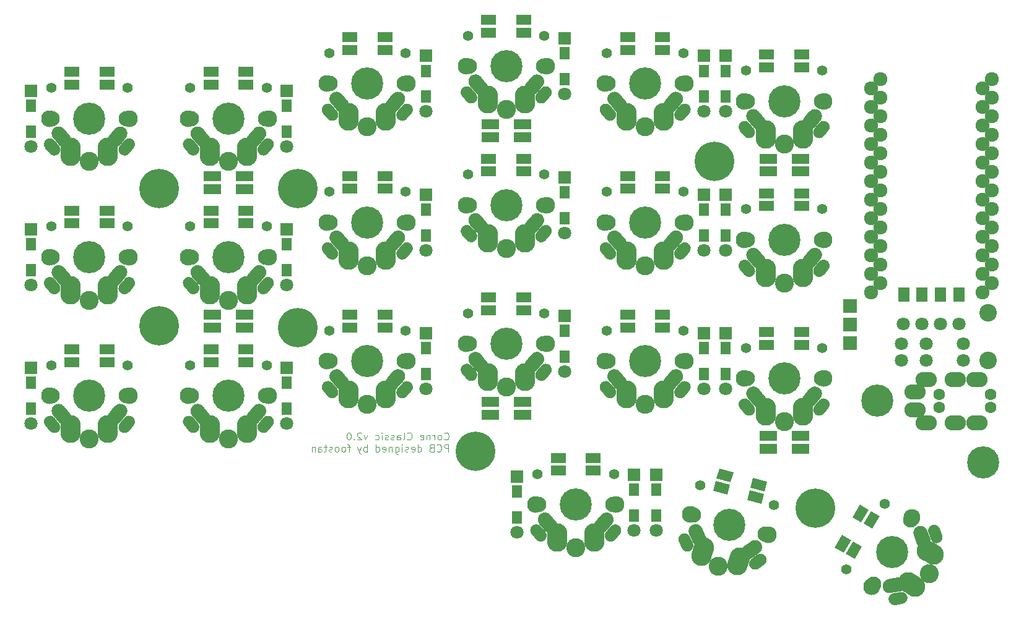
<source format=gbr>
G04 #@! TF.GenerationSoftware,KiCad,Pcbnew,(5.1.6)-1*
G04 #@! TF.CreationDate,2020-05-17T02:55:45+03:00*
G04 #@! TF.ProjectId,corne-classic,636f726e-652d-4636-9c61-737369632e6b,1.1*
G04 #@! TF.SameCoordinates,Original*
G04 #@! TF.FileFunction,Soldermask,Bot*
G04 #@! TF.FilePolarity,Negative*
%FSLAX46Y46*%
G04 Gerber Fmt 4.6, Leading zero omitted, Abs format (unit mm)*
G04 Created by KiCad (PCBNEW (5.1.6)-1) date 2020-05-17 02:55:45*
%MOMM*%
%LPD*%
G01*
G04 APERTURE LIST*
%ADD10C,0.125000*%
%ADD11C,1.797000*%
%ADD12O,2.900000X2.100000*%
%ADD13C,1.600000*%
%ADD14R,2.400000X1.400000*%
%ADD15C,4.400000*%
%ADD16C,2.300000*%
%ADD17C,2.600000*%
%ADD18C,2.800000*%
%ADD19C,2.100000*%
%ADD20C,1.400000*%
%ADD21C,1.924000*%
%ADD22R,2.000000X1.400000*%
%ADD23C,0.100000*%
%ADD24R,1.797000X1.797000*%
%ADD25R,1.350000X1.700000*%
%ADD26R,1.543000X1.035000*%
%ADD27R,1.924000X1.924000*%
%ADD28C,5.400000*%
%ADD29C,2.400000*%
G04 APERTURE END LIST*
D10*
X118509226Y-121044642D02*
X118556845Y-121092261D01*
X118699702Y-121139880D01*
X118794940Y-121139880D01*
X118937797Y-121092261D01*
X119033035Y-120997023D01*
X119080654Y-120901785D01*
X119128273Y-120711309D01*
X119128273Y-120568452D01*
X119080654Y-120377976D01*
X119033035Y-120282738D01*
X118937797Y-120187500D01*
X118794940Y-120139880D01*
X118699702Y-120139880D01*
X118556845Y-120187500D01*
X118509226Y-120235119D01*
X117937797Y-121139880D02*
X118033035Y-121092261D01*
X118080654Y-121044642D01*
X118128273Y-120949404D01*
X118128273Y-120663690D01*
X118080654Y-120568452D01*
X118033035Y-120520833D01*
X117937797Y-120473214D01*
X117794940Y-120473214D01*
X117699702Y-120520833D01*
X117652083Y-120568452D01*
X117604464Y-120663690D01*
X117604464Y-120949404D01*
X117652083Y-121044642D01*
X117699702Y-121092261D01*
X117794940Y-121139880D01*
X117937797Y-121139880D01*
X117175892Y-121139880D02*
X117175892Y-120473214D01*
X117175892Y-120663690D02*
X117128273Y-120568452D01*
X117080654Y-120520833D01*
X116985416Y-120473214D01*
X116890178Y-120473214D01*
X116556845Y-120473214D02*
X116556845Y-121139880D01*
X116556845Y-120568452D02*
X116509226Y-120520833D01*
X116413988Y-120473214D01*
X116271130Y-120473214D01*
X116175892Y-120520833D01*
X116128273Y-120616071D01*
X116128273Y-121139880D01*
X115271130Y-121092261D02*
X115366369Y-121139880D01*
X115556845Y-121139880D01*
X115652083Y-121092261D01*
X115699702Y-120997023D01*
X115699702Y-120616071D01*
X115652083Y-120520833D01*
X115556845Y-120473214D01*
X115366369Y-120473214D01*
X115271130Y-120520833D01*
X115223511Y-120616071D01*
X115223511Y-120711309D01*
X115699702Y-120806547D01*
X113461607Y-121044642D02*
X113509226Y-121092261D01*
X113652083Y-121139880D01*
X113747321Y-121139880D01*
X113890178Y-121092261D01*
X113985416Y-120997023D01*
X114033035Y-120901785D01*
X114080654Y-120711309D01*
X114080654Y-120568452D01*
X114033035Y-120377976D01*
X113985416Y-120282738D01*
X113890178Y-120187500D01*
X113747321Y-120139880D01*
X113652083Y-120139880D01*
X113509226Y-120187500D01*
X113461607Y-120235119D01*
X112890178Y-121139880D02*
X112985416Y-121092261D01*
X113033035Y-120997023D01*
X113033035Y-120139880D01*
X112080654Y-121139880D02*
X112080654Y-120616071D01*
X112128273Y-120520833D01*
X112223511Y-120473214D01*
X112413988Y-120473214D01*
X112509226Y-120520833D01*
X112080654Y-121092261D02*
X112175892Y-121139880D01*
X112413988Y-121139880D01*
X112509226Y-121092261D01*
X112556845Y-120997023D01*
X112556845Y-120901785D01*
X112509226Y-120806547D01*
X112413988Y-120758928D01*
X112175892Y-120758928D01*
X112080654Y-120711309D01*
X111652083Y-121092261D02*
X111556845Y-121139880D01*
X111366369Y-121139880D01*
X111271130Y-121092261D01*
X111223511Y-120997023D01*
X111223511Y-120949404D01*
X111271130Y-120854166D01*
X111366369Y-120806547D01*
X111509226Y-120806547D01*
X111604464Y-120758928D01*
X111652083Y-120663690D01*
X111652083Y-120616071D01*
X111604464Y-120520833D01*
X111509226Y-120473214D01*
X111366369Y-120473214D01*
X111271130Y-120520833D01*
X110842559Y-121092261D02*
X110747321Y-121139880D01*
X110556845Y-121139880D01*
X110461607Y-121092261D01*
X110413988Y-120997023D01*
X110413988Y-120949404D01*
X110461607Y-120854166D01*
X110556845Y-120806547D01*
X110699702Y-120806547D01*
X110794940Y-120758928D01*
X110842559Y-120663690D01*
X110842559Y-120616071D01*
X110794940Y-120520833D01*
X110699702Y-120473214D01*
X110556845Y-120473214D01*
X110461607Y-120520833D01*
X109985416Y-121139880D02*
X109985416Y-120473214D01*
X109985416Y-120139880D02*
X110033035Y-120187500D01*
X109985416Y-120235119D01*
X109937797Y-120187500D01*
X109985416Y-120139880D01*
X109985416Y-120235119D01*
X109080654Y-121092261D02*
X109175892Y-121139880D01*
X109366369Y-121139880D01*
X109461607Y-121092261D01*
X109509226Y-121044642D01*
X109556845Y-120949404D01*
X109556845Y-120663690D01*
X109509226Y-120568452D01*
X109461607Y-120520833D01*
X109366369Y-120473214D01*
X109175892Y-120473214D01*
X109080654Y-120520833D01*
X107985416Y-120473214D02*
X107747321Y-121139880D01*
X107509226Y-120473214D01*
X107175892Y-120235119D02*
X107128273Y-120187500D01*
X107033035Y-120139880D01*
X106794940Y-120139880D01*
X106699702Y-120187500D01*
X106652083Y-120235119D01*
X106604464Y-120330357D01*
X106604464Y-120425595D01*
X106652083Y-120568452D01*
X107223511Y-121139880D01*
X106604464Y-121139880D01*
X106175892Y-121044642D02*
X106128273Y-121092261D01*
X106175892Y-121139880D01*
X106223511Y-121092261D01*
X106175892Y-121044642D01*
X106175892Y-121139880D01*
X105509226Y-120139880D02*
X105413988Y-120139880D01*
X105318750Y-120187500D01*
X105271130Y-120235119D01*
X105223511Y-120330357D01*
X105175892Y-120520833D01*
X105175892Y-120758928D01*
X105223511Y-120949404D01*
X105271130Y-121044642D01*
X105318750Y-121092261D01*
X105413988Y-121139880D01*
X105509226Y-121139880D01*
X105604464Y-121092261D01*
X105652083Y-121044642D01*
X105699702Y-120949404D01*
X105747321Y-120758928D01*
X105747321Y-120520833D01*
X105699702Y-120330357D01*
X105652083Y-120235119D01*
X105604464Y-120187500D01*
X105509226Y-120139880D01*
X119080654Y-122764880D02*
X119080654Y-121764880D01*
X118699702Y-121764880D01*
X118604464Y-121812500D01*
X118556845Y-121860119D01*
X118509226Y-121955357D01*
X118509226Y-122098214D01*
X118556845Y-122193452D01*
X118604464Y-122241071D01*
X118699702Y-122288690D01*
X119080654Y-122288690D01*
X117509226Y-122669642D02*
X117556845Y-122717261D01*
X117699702Y-122764880D01*
X117794940Y-122764880D01*
X117937797Y-122717261D01*
X118033035Y-122622023D01*
X118080654Y-122526785D01*
X118128273Y-122336309D01*
X118128273Y-122193452D01*
X118080654Y-122002976D01*
X118033035Y-121907738D01*
X117937797Y-121812500D01*
X117794940Y-121764880D01*
X117699702Y-121764880D01*
X117556845Y-121812500D01*
X117509226Y-121860119D01*
X116747321Y-122241071D02*
X116604464Y-122288690D01*
X116556845Y-122336309D01*
X116509226Y-122431547D01*
X116509226Y-122574404D01*
X116556845Y-122669642D01*
X116604464Y-122717261D01*
X116699702Y-122764880D01*
X117080654Y-122764880D01*
X117080654Y-121764880D01*
X116747321Y-121764880D01*
X116652083Y-121812500D01*
X116604464Y-121860119D01*
X116556845Y-121955357D01*
X116556845Y-122050595D01*
X116604464Y-122145833D01*
X116652083Y-122193452D01*
X116747321Y-122241071D01*
X117080654Y-122241071D01*
X114890178Y-122764880D02*
X114890178Y-121764880D01*
X114890178Y-122717261D02*
X114985416Y-122764880D01*
X115175892Y-122764880D01*
X115271130Y-122717261D01*
X115318750Y-122669642D01*
X115366369Y-122574404D01*
X115366369Y-122288690D01*
X115318750Y-122193452D01*
X115271130Y-122145833D01*
X115175892Y-122098214D01*
X114985416Y-122098214D01*
X114890178Y-122145833D01*
X114033035Y-122717261D02*
X114128273Y-122764880D01*
X114318750Y-122764880D01*
X114413988Y-122717261D01*
X114461607Y-122622023D01*
X114461607Y-122241071D01*
X114413988Y-122145833D01*
X114318750Y-122098214D01*
X114128273Y-122098214D01*
X114033035Y-122145833D01*
X113985416Y-122241071D01*
X113985416Y-122336309D01*
X114461607Y-122431547D01*
X113604464Y-122717261D02*
X113509226Y-122764880D01*
X113318750Y-122764880D01*
X113223511Y-122717261D01*
X113175892Y-122622023D01*
X113175892Y-122574404D01*
X113223511Y-122479166D01*
X113318750Y-122431547D01*
X113461607Y-122431547D01*
X113556845Y-122383928D01*
X113604464Y-122288690D01*
X113604464Y-122241071D01*
X113556845Y-122145833D01*
X113461607Y-122098214D01*
X113318750Y-122098214D01*
X113223511Y-122145833D01*
X112747321Y-122764880D02*
X112747321Y-122098214D01*
X112747321Y-121764880D02*
X112794940Y-121812500D01*
X112747321Y-121860119D01*
X112699702Y-121812500D01*
X112747321Y-121764880D01*
X112747321Y-121860119D01*
X111842559Y-122098214D02*
X111842559Y-122907738D01*
X111890178Y-123002976D01*
X111937797Y-123050595D01*
X112033035Y-123098214D01*
X112175892Y-123098214D01*
X112271130Y-123050595D01*
X111842559Y-122717261D02*
X111937797Y-122764880D01*
X112128273Y-122764880D01*
X112223511Y-122717261D01*
X112271130Y-122669642D01*
X112318750Y-122574404D01*
X112318750Y-122288690D01*
X112271130Y-122193452D01*
X112223511Y-122145833D01*
X112128273Y-122098214D01*
X111937797Y-122098214D01*
X111842559Y-122145833D01*
X111366369Y-122098214D02*
X111366369Y-122764880D01*
X111366369Y-122193452D02*
X111318750Y-122145833D01*
X111223511Y-122098214D01*
X111080654Y-122098214D01*
X110985416Y-122145833D01*
X110937797Y-122241071D01*
X110937797Y-122764880D01*
X110080654Y-122717261D02*
X110175892Y-122764880D01*
X110366369Y-122764880D01*
X110461607Y-122717261D01*
X110509226Y-122622023D01*
X110509226Y-122241071D01*
X110461607Y-122145833D01*
X110366369Y-122098214D01*
X110175892Y-122098214D01*
X110080654Y-122145833D01*
X110033035Y-122241071D01*
X110033035Y-122336309D01*
X110509226Y-122431547D01*
X109175892Y-122764880D02*
X109175892Y-121764880D01*
X109175892Y-122717261D02*
X109271130Y-122764880D01*
X109461607Y-122764880D01*
X109556845Y-122717261D01*
X109604464Y-122669642D01*
X109652083Y-122574404D01*
X109652083Y-122288690D01*
X109604464Y-122193452D01*
X109556845Y-122145833D01*
X109461607Y-122098214D01*
X109271130Y-122098214D01*
X109175892Y-122145833D01*
X107937797Y-122764880D02*
X107937797Y-121764880D01*
X107937797Y-122145833D02*
X107842559Y-122098214D01*
X107652083Y-122098214D01*
X107556845Y-122145833D01*
X107509226Y-122193452D01*
X107461607Y-122288690D01*
X107461607Y-122574404D01*
X107509226Y-122669642D01*
X107556845Y-122717261D01*
X107652083Y-122764880D01*
X107842559Y-122764880D01*
X107937797Y-122717261D01*
X107128273Y-122098214D02*
X106890178Y-122764880D01*
X106652083Y-122098214D02*
X106890178Y-122764880D01*
X106985416Y-123002976D01*
X107033035Y-123050595D01*
X107128273Y-123098214D01*
X105652083Y-122098214D02*
X105271130Y-122098214D01*
X105509226Y-122764880D02*
X105509226Y-121907738D01*
X105461607Y-121812500D01*
X105366369Y-121764880D01*
X105271130Y-121764880D01*
X104794940Y-122764880D02*
X104890178Y-122717261D01*
X104937797Y-122669642D01*
X104985416Y-122574404D01*
X104985416Y-122288690D01*
X104937797Y-122193452D01*
X104890178Y-122145833D01*
X104794940Y-122098214D01*
X104652083Y-122098214D01*
X104556845Y-122145833D01*
X104509226Y-122193452D01*
X104461607Y-122288690D01*
X104461607Y-122574404D01*
X104509226Y-122669642D01*
X104556845Y-122717261D01*
X104652083Y-122764880D01*
X104794940Y-122764880D01*
X103890178Y-122764880D02*
X103985416Y-122717261D01*
X104033035Y-122669642D01*
X104080654Y-122574404D01*
X104080654Y-122288690D01*
X104033035Y-122193452D01*
X103985416Y-122145833D01*
X103890178Y-122098214D01*
X103747321Y-122098214D01*
X103652083Y-122145833D01*
X103604464Y-122193452D01*
X103556845Y-122288690D01*
X103556845Y-122574404D01*
X103604464Y-122669642D01*
X103652083Y-122717261D01*
X103747321Y-122764880D01*
X103890178Y-122764880D01*
X103175892Y-122717261D02*
X103080654Y-122764880D01*
X102890178Y-122764880D01*
X102794940Y-122717261D01*
X102747321Y-122622023D01*
X102747321Y-122574404D01*
X102794940Y-122479166D01*
X102890178Y-122431547D01*
X103033035Y-122431547D01*
X103128273Y-122383928D01*
X103175892Y-122288690D01*
X103175892Y-122241071D01*
X103128273Y-122145833D01*
X103033035Y-122098214D01*
X102890178Y-122098214D01*
X102794940Y-122145833D01*
X102461607Y-122098214D02*
X102080654Y-122098214D01*
X102318750Y-121764880D02*
X102318750Y-122622023D01*
X102271130Y-122717261D01*
X102175892Y-122764880D01*
X102080654Y-122764880D01*
X101318750Y-122764880D02*
X101318750Y-122241071D01*
X101366369Y-122145833D01*
X101461607Y-122098214D01*
X101652083Y-122098214D01*
X101747321Y-122145833D01*
X101318750Y-122717261D02*
X101413988Y-122764880D01*
X101652083Y-122764880D01*
X101747321Y-122717261D01*
X101794940Y-122622023D01*
X101794940Y-122526785D01*
X101747321Y-122431547D01*
X101652083Y-122383928D01*
X101413988Y-122383928D01*
X101318750Y-122336309D01*
X100842559Y-122098214D02*
X100842559Y-122764880D01*
X100842559Y-122193452D02*
X100794940Y-122145833D01*
X100699702Y-122098214D01*
X100556845Y-122098214D01*
X100461607Y-122145833D01*
X100413988Y-122241071D01*
X100413988Y-122764880D01*
D11*
X188920000Y-105300000D03*
X186380000Y-105300000D03*
X183840000Y-105300000D03*
X181300000Y-105300000D03*
D12*
X182900000Y-114600000D03*
X184400000Y-118800000D03*
X188400000Y-118800000D03*
X191400000Y-118800000D03*
D13*
X186200000Y-116700000D03*
X193200000Y-116700000D03*
D12*
X188400000Y-112850000D03*
X191400000Y-112850000D03*
X182900000Y-117050000D03*
X184400000Y-112850000D03*
D13*
X193200000Y-114950000D03*
X186200000Y-114950000D03*
D14*
X162800000Y-122375000D03*
X162800000Y-120625000D03*
X167200000Y-120625000D03*
X167200000Y-122375000D03*
X167200000Y-82625000D03*
X167200000Y-84375000D03*
X162800000Y-84375000D03*
X162800000Y-82625000D03*
X129200000Y-77925000D03*
X129200000Y-79675000D03*
X124800000Y-79675000D03*
X124800000Y-77925000D03*
X91200000Y-85025000D03*
X91200000Y-86775000D03*
X86800000Y-86775000D03*
X86800000Y-85025000D03*
X86800000Y-105775000D03*
X86800000Y-104025000D03*
X91200000Y-104025000D03*
X91200000Y-105775000D03*
X124800000Y-117675000D03*
X124800000Y-115925000D03*
X129200000Y-115925000D03*
X129200000Y-117675000D03*
G36*
G01*
X181857749Y-142640987D02*
X181857749Y-142640987D01*
G75*
G02*
X181188543Y-143596713I-812466J-143260D01*
G01*
X180252975Y-143761679D01*
G75*
G02*
X179297249Y-143092473I-143260J812466D01*
G01*
X179297249Y-143092473D01*
G75*
G02*
X179966455Y-142136747I812466J143260D01*
G01*
X180902023Y-141971781D01*
G75*
G02*
X181857749Y-142640987I143260J-812466D01*
G01*
G37*
D15*
X179750000Y-136500000D03*
D16*
X182500000Y-131736860D03*
X177000000Y-141263140D03*
G36*
G01*
X185232873Y-132811670D02*
X185232872Y-132811670D01*
G75*
G02*
X186290285Y-133304749I282167J-775246D01*
G01*
X186615205Y-134197457D01*
G75*
G02*
X186122126Y-135254870I-775246J-282167D01*
G01*
X186122126Y-135254870D01*
G75*
G02*
X185064713Y-134761791I-282167J775246D01*
G01*
X184739793Y-133869083D01*
G75*
G02*
X185232872Y-132811670I775246J282167D01*
G01*
G37*
D17*
X184859550Y-139450000D03*
D18*
X182879409Y-141239705D03*
G36*
G01*
X183307473Y-132966935D02*
X183307472Y-132966935D01*
G75*
G02*
X184557142Y-133549665I333470J-916200D01*
G01*
X184984668Y-134724281D01*
G75*
G02*
X184401938Y-135973951I-916200J-333470D01*
G01*
X184401938Y-135973951D01*
G75*
G02*
X183152268Y-135391221I-333470J916200D01*
G01*
X182724742Y-134216605D01*
G75*
G02*
X183307472Y-132966935I916200J333470D01*
G01*
G37*
X185419409Y-136840295D03*
G36*
G01*
X181620397Y-140791720D02*
X181620398Y-140791720D01*
G75*
G02*
X180829517Y-141921215I-960188J-169307D01*
G01*
X179598507Y-142138275D01*
G75*
G02*
X178469012Y-141347394I-169307J960188D01*
G01*
X178469012Y-141347394D01*
G75*
G02*
X179259893Y-140217899I960188J169307D01*
G01*
X180490903Y-140000839D01*
G75*
G02*
X181620398Y-140791720I169307J-960188D01*
G01*
G37*
X182377114Y-140949705D03*
X181944102Y-140699705D03*
X184484102Y-136300295D03*
X184917113Y-136550295D03*
D19*
X177210000Y-140899409D03*
X182290000Y-132100591D03*
D20*
X173502693Y-138920653D03*
X178722693Y-129879347D03*
D21*
X192100000Y-73042000D03*
X192100000Y-75582000D03*
X192100000Y-78122000D03*
X192100000Y-80662000D03*
X192100000Y-83202000D03*
X192100000Y-85742000D03*
X192100000Y-88282000D03*
X192100000Y-90822000D03*
X192100000Y-93362000D03*
X192100000Y-95902000D03*
X192100000Y-98442000D03*
X192100000Y-100982000D03*
X176860000Y-100982000D03*
X176860000Y-98442000D03*
X176860000Y-95902000D03*
X176860000Y-93362000D03*
X176860000Y-90822000D03*
X176860000Y-88282000D03*
X176860000Y-85742000D03*
X176860000Y-83202000D03*
X176860000Y-80662000D03*
X176860000Y-78122000D03*
X176860000Y-75582000D03*
X176860000Y-73042000D03*
X193406400Y-71772000D03*
X193406400Y-74312000D03*
X193406400Y-76852000D03*
X193406400Y-79392000D03*
X193406400Y-81932000D03*
X193406400Y-84472000D03*
X193406400Y-87012000D03*
X193406400Y-89552000D03*
X193406400Y-92092000D03*
X193406400Y-94632000D03*
X193406400Y-97172000D03*
X193406400Y-99712000D03*
X178186400Y-99712000D03*
X178186400Y-97172000D03*
X178186400Y-94632000D03*
X178186400Y-92092000D03*
X178186400Y-89552000D03*
X178186400Y-87012000D03*
X178186400Y-84472000D03*
X178186400Y-81932000D03*
X178186400Y-79392000D03*
X178186400Y-76852000D03*
X178186400Y-74312000D03*
X178186400Y-71772000D03*
D22*
X67600000Y-72500000D03*
X67600000Y-70750000D03*
X72400000Y-70750000D03*
X72400000Y-72500000D03*
X86600000Y-72500000D03*
X86600000Y-70750000D03*
X91400000Y-70750000D03*
X91400000Y-72500000D03*
X105600000Y-67750000D03*
X105600000Y-66000000D03*
X110400000Y-66000000D03*
X110400000Y-67750000D03*
X124600000Y-65375000D03*
X124600000Y-63625000D03*
X129400000Y-63625000D03*
X129400000Y-65375000D03*
X143600000Y-67750000D03*
X143600000Y-66000000D03*
X148400000Y-66000000D03*
X148400000Y-67750000D03*
X162600000Y-70125000D03*
X162600000Y-68375000D03*
X167400000Y-68375000D03*
X167400000Y-70125000D03*
X67600000Y-91500000D03*
X67600000Y-89750000D03*
X72400000Y-89750000D03*
X72400000Y-91500000D03*
X86600000Y-91500000D03*
X86600000Y-89750000D03*
X91400000Y-89750000D03*
X91400000Y-91500000D03*
X105600000Y-86750000D03*
X105600000Y-85000000D03*
X110400000Y-85000000D03*
X110400000Y-86750000D03*
X124600000Y-84375000D03*
X124600000Y-82625000D03*
X129400000Y-82625000D03*
X129400000Y-84375000D03*
X143600000Y-86750000D03*
X143600000Y-85000000D03*
X148400000Y-85000000D03*
X148400000Y-86750000D03*
X162600000Y-89125000D03*
X162600000Y-87375000D03*
X167400000Y-87375000D03*
X167400000Y-89125000D03*
X67600000Y-110500000D03*
X67600000Y-108750000D03*
X72400000Y-108750000D03*
X72400000Y-110500000D03*
X86600000Y-110500000D03*
X86600000Y-108750000D03*
X91400000Y-108750000D03*
X91400000Y-110500000D03*
X105600000Y-105750000D03*
X105600000Y-104000000D03*
X110400000Y-104000000D03*
X110400000Y-105750000D03*
X124600000Y-103375000D03*
X124600000Y-101625000D03*
X129400000Y-101625000D03*
X129400000Y-103375000D03*
X143600000Y-105750000D03*
X143600000Y-104000000D03*
X148400000Y-104000000D03*
X148400000Y-105750000D03*
X162600000Y-108125000D03*
X162600000Y-106375000D03*
X167400000Y-106375000D03*
X167400000Y-108125000D03*
X134100000Y-125375000D03*
X134100000Y-123625000D03*
X138900000Y-123625000D03*
X138900000Y-125375000D03*
D23*
G36*
X155308212Y-128141348D02*
G01*
X155670559Y-126789052D01*
X157602410Y-127306690D01*
X157240063Y-128658986D01*
X155308212Y-128141348D01*
G37*
G36*
X155761146Y-126450978D02*
G01*
X156123493Y-125098682D01*
X158055344Y-125616320D01*
X157692997Y-126968616D01*
X155761146Y-126450978D01*
G37*
G36*
X160397590Y-127693310D02*
G01*
X160759937Y-126341014D01*
X162691788Y-126858652D01*
X162329441Y-128210948D01*
X160397590Y-127693310D01*
G37*
G36*
X159944656Y-129383680D02*
G01*
X160307003Y-128031384D01*
X162238854Y-128549022D01*
X161876507Y-129901318D01*
X159944656Y-129383680D01*
G37*
G36*
X175336010Y-130018014D02*
G01*
X176548446Y-130718014D01*
X175548446Y-132450064D01*
X174336010Y-131750064D01*
X175336010Y-130018014D01*
G37*
G36*
X176851554Y-130893014D02*
G01*
X178063990Y-131593014D01*
X177063990Y-133325064D01*
X175851554Y-132625064D01*
X176851554Y-130893014D01*
G37*
G36*
X174451554Y-135049936D02*
G01*
X175663990Y-135749936D01*
X174663990Y-137481986D01*
X173451554Y-136781986D01*
X174451554Y-135049936D01*
G37*
G36*
X172936010Y-134174936D02*
G01*
X174148446Y-134874936D01*
X173148446Y-136606986D01*
X171936010Y-135906986D01*
X172936010Y-134174936D01*
G37*
D11*
X62000000Y-80935000D03*
D24*
X62000000Y-73315000D03*
D25*
X62000000Y-75350000D03*
X62000000Y-78900000D03*
D11*
X97000000Y-80935000D03*
D24*
X97000000Y-73315000D03*
D25*
X97000000Y-75350000D03*
X97000000Y-78900000D03*
D11*
X116000000Y-76185000D03*
D24*
X116000000Y-68565000D03*
D25*
X116000000Y-70600000D03*
X116000000Y-74150000D03*
D11*
X135000000Y-73810000D03*
D24*
X135000000Y-66190000D03*
D25*
X135000000Y-68225000D03*
X135000000Y-71775000D03*
D11*
X154000000Y-76185000D03*
D24*
X154000000Y-68565000D03*
D25*
X154000000Y-70600000D03*
X154000000Y-74150000D03*
D11*
X157000000Y-76185000D03*
D24*
X157000000Y-68565000D03*
D25*
X157000000Y-70600000D03*
X157000000Y-74150000D03*
D11*
X62000000Y-99935000D03*
D24*
X62000000Y-92315000D03*
D25*
X62000000Y-94350000D03*
X62000000Y-97900000D03*
D11*
X97000000Y-99935000D03*
D24*
X97000000Y-92315000D03*
D25*
X97000000Y-94350000D03*
X97000000Y-97900000D03*
D11*
X116000000Y-95185000D03*
D24*
X116000000Y-87565000D03*
D25*
X116000000Y-89600000D03*
X116000000Y-93150000D03*
D11*
X135000000Y-92810000D03*
D24*
X135000000Y-85190000D03*
D25*
X135000000Y-87225000D03*
X135000000Y-90775000D03*
D11*
X154000000Y-95185000D03*
D24*
X154000000Y-87565000D03*
D25*
X154000000Y-89600000D03*
X154000000Y-93150000D03*
D11*
X157000000Y-95185000D03*
D24*
X157000000Y-87565000D03*
D25*
X157000000Y-89600000D03*
X157000000Y-93150000D03*
D11*
X62000000Y-118935000D03*
D24*
X62000000Y-111315000D03*
D25*
X62000000Y-113350000D03*
X62000000Y-116900000D03*
D11*
X97000000Y-118935000D03*
D24*
X97000000Y-111315000D03*
D25*
X97000000Y-113350000D03*
X97000000Y-116900000D03*
D11*
X116000000Y-114185000D03*
D24*
X116000000Y-106565000D03*
D25*
X116000000Y-108600000D03*
X116000000Y-112150000D03*
D11*
X135000000Y-111810000D03*
D24*
X135000000Y-104190000D03*
D25*
X135000000Y-106225000D03*
X135000000Y-109775000D03*
D11*
X157000000Y-114185000D03*
D24*
X157000000Y-106565000D03*
D25*
X157000000Y-108600000D03*
X157000000Y-112150000D03*
D11*
X128500000Y-133810000D03*
D24*
X128500000Y-126190000D03*
D25*
X128500000Y-128225000D03*
X128500000Y-131775000D03*
D11*
X144500000Y-133560000D03*
D24*
X144500000Y-125940000D03*
D25*
X144500000Y-127975000D03*
X144500000Y-131525000D03*
D11*
X147500000Y-133560000D03*
D24*
X147500000Y-125940000D03*
D25*
X147500000Y-127975000D03*
X147500000Y-131525000D03*
D11*
X154000000Y-114185000D03*
D24*
X154000000Y-106565000D03*
D25*
X154000000Y-108600000D03*
X154000000Y-112150000D03*
D20*
X75220000Y-72925000D03*
X64780000Y-72925000D03*
D19*
X75080000Y-77125000D03*
X64920000Y-77125000D03*
D18*
X72540000Y-81625000D03*
X72540000Y-81125000D03*
X67460000Y-81125000D03*
X67460000Y-81625000D03*
G36*
G01*
X67218460Y-80890671D02*
X67218460Y-80890671D01*
G75*
G02*
X65844849Y-80770496I-626718J746893D01*
G01*
X65041365Y-79812940D01*
G75*
G02*
X65161540Y-78439329I746893J626718D01*
G01*
X65161540Y-78439329D01*
G75*
G02*
X66535151Y-78559504I626718J-746893D01*
G01*
X67338635Y-79517060D01*
G75*
G02*
X67218460Y-80890671I-746893J-626718D01*
G01*
G37*
X72540000Y-82205000D03*
G36*
G01*
X74838460Y-78439329D02*
X74838460Y-78439329D01*
G75*
G02*
X74958635Y-79812940I-626718J-746893D01*
G01*
X74155151Y-80770496D01*
G75*
G02*
X72781540Y-80890671I-746893J626718D01*
G01*
X72781540Y-80890671D01*
G75*
G02*
X72661365Y-79517060I626718J746893D01*
G01*
X73464849Y-78559504D01*
G75*
G02*
X74838460Y-78439329I746893J-626718D01*
G01*
G37*
X67460000Y-82205000D03*
D17*
X70000000Y-83025000D03*
G36*
G01*
X75935624Y-80029142D02*
X75935624Y-80029142D01*
G75*
G02*
X76037311Y-81191429I-530300J-631987D01*
G01*
X75426663Y-81919171D01*
G75*
G02*
X74264376Y-82020858I-631987J530300D01*
G01*
X74264376Y-82020858D01*
G75*
G02*
X74162689Y-80858571I530300J631987D01*
G01*
X74773337Y-80130829D01*
G75*
G02*
X75935624Y-80029142I631987J-530300D01*
G01*
G37*
D16*
X64500000Y-77125000D03*
X75500000Y-77125000D03*
D15*
X70000000Y-77125000D03*
G36*
G01*
X65735624Y-82020858D02*
X65735624Y-82020858D01*
G75*
G02*
X64573337Y-81919171I-530300J631987D01*
G01*
X63962689Y-81191429D01*
G75*
G02*
X64064376Y-80029142I631987J530300D01*
G01*
X64064376Y-80029142D01*
G75*
G02*
X65226663Y-80130829I530300J-631987D01*
G01*
X65837311Y-80858571D01*
G75*
G02*
X65735624Y-82020858I-631987J-530300D01*
G01*
G37*
D20*
X94220000Y-72925000D03*
X83780000Y-72925000D03*
D19*
X94080000Y-77125000D03*
X83920000Y-77125000D03*
D18*
X91540000Y-81625000D03*
X91540000Y-81125000D03*
X86460000Y-81125000D03*
X86460000Y-81625000D03*
G36*
G01*
X86218460Y-80890671D02*
X86218460Y-80890671D01*
G75*
G02*
X84844849Y-80770496I-626718J746893D01*
G01*
X84041365Y-79812940D01*
G75*
G02*
X84161540Y-78439329I746893J626718D01*
G01*
X84161540Y-78439329D01*
G75*
G02*
X85535151Y-78559504I626718J-746893D01*
G01*
X86338635Y-79517060D01*
G75*
G02*
X86218460Y-80890671I-746893J-626718D01*
G01*
G37*
X91540000Y-82205000D03*
G36*
G01*
X93838460Y-78439329D02*
X93838460Y-78439329D01*
G75*
G02*
X93958635Y-79812940I-626718J-746893D01*
G01*
X93155151Y-80770496D01*
G75*
G02*
X91781540Y-80890671I-746893J626718D01*
G01*
X91781540Y-80890671D01*
G75*
G02*
X91661365Y-79517060I626718J746893D01*
G01*
X92464849Y-78559504D01*
G75*
G02*
X93838460Y-78439329I746893J-626718D01*
G01*
G37*
X86460000Y-82205000D03*
D17*
X89000000Y-83025000D03*
G36*
G01*
X94935624Y-80029142D02*
X94935624Y-80029142D01*
G75*
G02*
X95037311Y-81191429I-530300J-631987D01*
G01*
X94426663Y-81919171D01*
G75*
G02*
X93264376Y-82020858I-631987J530300D01*
G01*
X93264376Y-82020858D01*
G75*
G02*
X93162689Y-80858571I530300J631987D01*
G01*
X93773337Y-80130829D01*
G75*
G02*
X94935624Y-80029142I631987J-530300D01*
G01*
G37*
D16*
X83500000Y-77125000D03*
X94500000Y-77125000D03*
D15*
X89000000Y-77125000D03*
G36*
G01*
X84735624Y-82020858D02*
X84735624Y-82020858D01*
G75*
G02*
X83573337Y-81919171I-530300J631987D01*
G01*
X82962689Y-81191429D01*
G75*
G02*
X83064376Y-80029142I631987J530300D01*
G01*
X83064376Y-80029142D01*
G75*
G02*
X84226663Y-80130829I530300J-631987D01*
G01*
X84837311Y-80858571D01*
G75*
G02*
X84735624Y-82020858I-631987J-530300D01*
G01*
G37*
D20*
X113220000Y-68175000D03*
X102780000Y-68175000D03*
D19*
X113080000Y-72375000D03*
X102920000Y-72375000D03*
D18*
X110540000Y-76875000D03*
X110540000Y-76375000D03*
X105460000Y-76375000D03*
X105460000Y-76875000D03*
G36*
G01*
X105218460Y-76140671D02*
X105218460Y-76140671D01*
G75*
G02*
X103844849Y-76020496I-626718J746893D01*
G01*
X103041365Y-75062940D01*
G75*
G02*
X103161540Y-73689329I746893J626718D01*
G01*
X103161540Y-73689329D01*
G75*
G02*
X104535151Y-73809504I626718J-746893D01*
G01*
X105338635Y-74767060D01*
G75*
G02*
X105218460Y-76140671I-746893J-626718D01*
G01*
G37*
X110540000Y-77455000D03*
G36*
G01*
X112838460Y-73689329D02*
X112838460Y-73689329D01*
G75*
G02*
X112958635Y-75062940I-626718J-746893D01*
G01*
X112155151Y-76020496D01*
G75*
G02*
X110781540Y-76140671I-746893J626718D01*
G01*
X110781540Y-76140671D01*
G75*
G02*
X110661365Y-74767060I626718J746893D01*
G01*
X111464849Y-73809504D01*
G75*
G02*
X112838460Y-73689329I746893J-626718D01*
G01*
G37*
X105460000Y-77455000D03*
D17*
X108000000Y-78275000D03*
G36*
G01*
X113935624Y-75279142D02*
X113935624Y-75279142D01*
G75*
G02*
X114037311Y-76441429I-530300J-631987D01*
G01*
X113426663Y-77169171D01*
G75*
G02*
X112264376Y-77270858I-631987J530300D01*
G01*
X112264376Y-77270858D01*
G75*
G02*
X112162689Y-76108571I530300J631987D01*
G01*
X112773337Y-75380829D01*
G75*
G02*
X113935624Y-75279142I631987J-530300D01*
G01*
G37*
D16*
X102500000Y-72375000D03*
X113500000Y-72375000D03*
D15*
X108000000Y-72375000D03*
G36*
G01*
X103735624Y-77270858D02*
X103735624Y-77270858D01*
G75*
G02*
X102573337Y-77169171I-530300J631987D01*
G01*
X101962689Y-76441429D01*
G75*
G02*
X102064376Y-75279142I631987J530300D01*
G01*
X102064376Y-75279142D01*
G75*
G02*
X103226663Y-75380829I530300J-631987D01*
G01*
X103837311Y-76108571D01*
G75*
G02*
X103735624Y-77270858I-631987J-530300D01*
G01*
G37*
D20*
X132220000Y-65800000D03*
X121780000Y-65800000D03*
D19*
X132080000Y-70000000D03*
X121920000Y-70000000D03*
D18*
X129540000Y-74500000D03*
X129540000Y-74000000D03*
X124460000Y-74000000D03*
X124460000Y-74500000D03*
G36*
G01*
X124218460Y-73765671D02*
X124218460Y-73765671D01*
G75*
G02*
X122844849Y-73645496I-626718J746893D01*
G01*
X122041365Y-72687940D01*
G75*
G02*
X122161540Y-71314329I746893J626718D01*
G01*
X122161540Y-71314329D01*
G75*
G02*
X123535151Y-71434504I626718J-746893D01*
G01*
X124338635Y-72392060D01*
G75*
G02*
X124218460Y-73765671I-746893J-626718D01*
G01*
G37*
X129540000Y-75080000D03*
G36*
G01*
X131838460Y-71314329D02*
X131838460Y-71314329D01*
G75*
G02*
X131958635Y-72687940I-626718J-746893D01*
G01*
X131155151Y-73645496D01*
G75*
G02*
X129781540Y-73765671I-746893J626718D01*
G01*
X129781540Y-73765671D01*
G75*
G02*
X129661365Y-72392060I626718J746893D01*
G01*
X130464849Y-71434504D01*
G75*
G02*
X131838460Y-71314329I746893J-626718D01*
G01*
G37*
X124460000Y-75080000D03*
D17*
X127000000Y-75900000D03*
G36*
G01*
X132935624Y-72904142D02*
X132935624Y-72904142D01*
G75*
G02*
X133037311Y-74066429I-530300J-631987D01*
G01*
X132426663Y-74794171D01*
G75*
G02*
X131264376Y-74895858I-631987J530300D01*
G01*
X131264376Y-74895858D01*
G75*
G02*
X131162689Y-73733571I530300J631987D01*
G01*
X131773337Y-73005829D01*
G75*
G02*
X132935624Y-72904142I631987J-530300D01*
G01*
G37*
D16*
X121500000Y-70000000D03*
X132500000Y-70000000D03*
D15*
X127000000Y-70000000D03*
G36*
G01*
X122735624Y-74895858D02*
X122735624Y-74895858D01*
G75*
G02*
X121573337Y-74794171I-530300J631987D01*
G01*
X120962689Y-74066429D01*
G75*
G02*
X121064376Y-72904142I631987J530300D01*
G01*
X121064376Y-72904142D01*
G75*
G02*
X122226663Y-73005829I530300J-631987D01*
G01*
X122837311Y-73733571D01*
G75*
G02*
X122735624Y-74895858I-631987J-530300D01*
G01*
G37*
D20*
X151220000Y-68175000D03*
X140780000Y-68175000D03*
D19*
X151080000Y-72375000D03*
X140920000Y-72375000D03*
D18*
X148540000Y-76875000D03*
X148540000Y-76375000D03*
X143460000Y-76375000D03*
X143460000Y-76875000D03*
G36*
G01*
X143218460Y-76140671D02*
X143218460Y-76140671D01*
G75*
G02*
X141844849Y-76020496I-626718J746893D01*
G01*
X141041365Y-75062940D01*
G75*
G02*
X141161540Y-73689329I746893J626718D01*
G01*
X141161540Y-73689329D01*
G75*
G02*
X142535151Y-73809504I626718J-746893D01*
G01*
X143338635Y-74767060D01*
G75*
G02*
X143218460Y-76140671I-746893J-626718D01*
G01*
G37*
X148540000Y-77455000D03*
G36*
G01*
X150838460Y-73689329D02*
X150838460Y-73689329D01*
G75*
G02*
X150958635Y-75062940I-626718J-746893D01*
G01*
X150155151Y-76020496D01*
G75*
G02*
X148781540Y-76140671I-746893J626718D01*
G01*
X148781540Y-76140671D01*
G75*
G02*
X148661365Y-74767060I626718J746893D01*
G01*
X149464849Y-73809504D01*
G75*
G02*
X150838460Y-73689329I746893J-626718D01*
G01*
G37*
X143460000Y-77455000D03*
D17*
X146000000Y-78275000D03*
G36*
G01*
X151935624Y-75279142D02*
X151935624Y-75279142D01*
G75*
G02*
X152037311Y-76441429I-530300J-631987D01*
G01*
X151426663Y-77169171D01*
G75*
G02*
X150264376Y-77270858I-631987J530300D01*
G01*
X150264376Y-77270858D01*
G75*
G02*
X150162689Y-76108571I530300J631987D01*
G01*
X150773337Y-75380829D01*
G75*
G02*
X151935624Y-75279142I631987J-530300D01*
G01*
G37*
D16*
X140500000Y-72375000D03*
X151500000Y-72375000D03*
D15*
X146000000Y-72375000D03*
G36*
G01*
X141735624Y-77270858D02*
X141735624Y-77270858D01*
G75*
G02*
X140573337Y-77169171I-530300J631987D01*
G01*
X139962689Y-76441429D01*
G75*
G02*
X140064376Y-75279142I631987J530300D01*
G01*
X140064376Y-75279142D01*
G75*
G02*
X141226663Y-75380829I530300J-631987D01*
G01*
X141837311Y-76108571D01*
G75*
G02*
X141735624Y-77270858I-631987J-530300D01*
G01*
G37*
D20*
X170220000Y-70550000D03*
X159780000Y-70550000D03*
D19*
X170080000Y-74750000D03*
X159920000Y-74750000D03*
D18*
X167540000Y-79250000D03*
X167540000Y-78750000D03*
X162460000Y-78750000D03*
X162460000Y-79250000D03*
G36*
G01*
X162218460Y-78515671D02*
X162218460Y-78515671D01*
G75*
G02*
X160844849Y-78395496I-626718J746893D01*
G01*
X160041365Y-77437940D01*
G75*
G02*
X160161540Y-76064329I746893J626718D01*
G01*
X160161540Y-76064329D01*
G75*
G02*
X161535151Y-76184504I626718J-746893D01*
G01*
X162338635Y-77142060D01*
G75*
G02*
X162218460Y-78515671I-746893J-626718D01*
G01*
G37*
X167540000Y-79830000D03*
G36*
G01*
X169838460Y-76064329D02*
X169838460Y-76064329D01*
G75*
G02*
X169958635Y-77437940I-626718J-746893D01*
G01*
X169155151Y-78395496D01*
G75*
G02*
X167781540Y-78515671I-746893J626718D01*
G01*
X167781540Y-78515671D01*
G75*
G02*
X167661365Y-77142060I626718J746893D01*
G01*
X168464849Y-76184504D01*
G75*
G02*
X169838460Y-76064329I746893J-626718D01*
G01*
G37*
X162460000Y-79830000D03*
D17*
X165000000Y-80650000D03*
G36*
G01*
X170935624Y-77654142D02*
X170935624Y-77654142D01*
G75*
G02*
X171037311Y-78816429I-530300J-631987D01*
G01*
X170426663Y-79544171D01*
G75*
G02*
X169264376Y-79645858I-631987J530300D01*
G01*
X169264376Y-79645858D01*
G75*
G02*
X169162689Y-78483571I530300J631987D01*
G01*
X169773337Y-77755829D01*
G75*
G02*
X170935624Y-77654142I631987J-530300D01*
G01*
G37*
D16*
X159500000Y-74750000D03*
X170500000Y-74750000D03*
D15*
X165000000Y-74750000D03*
G36*
G01*
X160735624Y-79645858D02*
X160735624Y-79645858D01*
G75*
G02*
X159573337Y-79544171I-530300J631987D01*
G01*
X158962689Y-78816429D01*
G75*
G02*
X159064376Y-77654142I631987J530300D01*
G01*
X159064376Y-77654142D01*
G75*
G02*
X160226663Y-77755829I530300J-631987D01*
G01*
X160837311Y-78483571D01*
G75*
G02*
X160735624Y-79645858I-631987J-530300D01*
G01*
G37*
D20*
X75220000Y-91925000D03*
X64780000Y-91925000D03*
D19*
X75080000Y-96125000D03*
X64920000Y-96125000D03*
D18*
X72540000Y-100625000D03*
X72540000Y-100125000D03*
X67460000Y-100125000D03*
X67460000Y-100625000D03*
G36*
G01*
X67218460Y-99890671D02*
X67218460Y-99890671D01*
G75*
G02*
X65844849Y-99770496I-626718J746893D01*
G01*
X65041365Y-98812940D01*
G75*
G02*
X65161540Y-97439329I746893J626718D01*
G01*
X65161540Y-97439329D01*
G75*
G02*
X66535151Y-97559504I626718J-746893D01*
G01*
X67338635Y-98517060D01*
G75*
G02*
X67218460Y-99890671I-746893J-626718D01*
G01*
G37*
X72540000Y-101205000D03*
G36*
G01*
X74838460Y-97439329D02*
X74838460Y-97439329D01*
G75*
G02*
X74958635Y-98812940I-626718J-746893D01*
G01*
X74155151Y-99770496D01*
G75*
G02*
X72781540Y-99890671I-746893J626718D01*
G01*
X72781540Y-99890671D01*
G75*
G02*
X72661365Y-98517060I626718J746893D01*
G01*
X73464849Y-97559504D01*
G75*
G02*
X74838460Y-97439329I746893J-626718D01*
G01*
G37*
X67460000Y-101205000D03*
D17*
X70000000Y-102025000D03*
G36*
G01*
X75935624Y-99029142D02*
X75935624Y-99029142D01*
G75*
G02*
X76037311Y-100191429I-530300J-631987D01*
G01*
X75426663Y-100919171D01*
G75*
G02*
X74264376Y-101020858I-631987J530300D01*
G01*
X74264376Y-101020858D01*
G75*
G02*
X74162689Y-99858571I530300J631987D01*
G01*
X74773337Y-99130829D01*
G75*
G02*
X75935624Y-99029142I631987J-530300D01*
G01*
G37*
D16*
X64500000Y-96125000D03*
X75500000Y-96125000D03*
D15*
X70000000Y-96125000D03*
G36*
G01*
X65735624Y-101020858D02*
X65735624Y-101020858D01*
G75*
G02*
X64573337Y-100919171I-530300J631987D01*
G01*
X63962689Y-100191429D01*
G75*
G02*
X64064376Y-99029142I631987J530300D01*
G01*
X64064376Y-99029142D01*
G75*
G02*
X65226663Y-99130829I530300J-631987D01*
G01*
X65837311Y-99858571D01*
G75*
G02*
X65735624Y-101020858I-631987J-530300D01*
G01*
G37*
D20*
X94220000Y-91925000D03*
X83780000Y-91925000D03*
D19*
X94080000Y-96125000D03*
X83920000Y-96125000D03*
D18*
X91540000Y-100625000D03*
X91540000Y-100125000D03*
X86460000Y-100125000D03*
X86460000Y-100625000D03*
G36*
G01*
X86218460Y-99890671D02*
X86218460Y-99890671D01*
G75*
G02*
X84844849Y-99770496I-626718J746893D01*
G01*
X84041365Y-98812940D01*
G75*
G02*
X84161540Y-97439329I746893J626718D01*
G01*
X84161540Y-97439329D01*
G75*
G02*
X85535151Y-97559504I626718J-746893D01*
G01*
X86338635Y-98517060D01*
G75*
G02*
X86218460Y-99890671I-746893J-626718D01*
G01*
G37*
X91540000Y-101205000D03*
G36*
G01*
X93838460Y-97439329D02*
X93838460Y-97439329D01*
G75*
G02*
X93958635Y-98812940I-626718J-746893D01*
G01*
X93155151Y-99770496D01*
G75*
G02*
X91781540Y-99890671I-746893J626718D01*
G01*
X91781540Y-99890671D01*
G75*
G02*
X91661365Y-98517060I626718J746893D01*
G01*
X92464849Y-97559504D01*
G75*
G02*
X93838460Y-97439329I746893J-626718D01*
G01*
G37*
X86460000Y-101205000D03*
D17*
X89000000Y-102025000D03*
G36*
G01*
X94935624Y-99029142D02*
X94935624Y-99029142D01*
G75*
G02*
X95037311Y-100191429I-530300J-631987D01*
G01*
X94426663Y-100919171D01*
G75*
G02*
X93264376Y-101020858I-631987J530300D01*
G01*
X93264376Y-101020858D01*
G75*
G02*
X93162689Y-99858571I530300J631987D01*
G01*
X93773337Y-99130829D01*
G75*
G02*
X94935624Y-99029142I631987J-530300D01*
G01*
G37*
D16*
X83500000Y-96125000D03*
X94500000Y-96125000D03*
D15*
X89000000Y-96125000D03*
G36*
G01*
X84735624Y-101020858D02*
X84735624Y-101020858D01*
G75*
G02*
X83573337Y-100919171I-530300J631987D01*
G01*
X82962689Y-100191429D01*
G75*
G02*
X83064376Y-99029142I631987J530300D01*
G01*
X83064376Y-99029142D01*
G75*
G02*
X84226663Y-99130829I530300J-631987D01*
G01*
X84837311Y-99858571D01*
G75*
G02*
X84735624Y-101020858I-631987J-530300D01*
G01*
G37*
D20*
X113220000Y-87175000D03*
X102780000Y-87175000D03*
D19*
X113080000Y-91375000D03*
X102920000Y-91375000D03*
D18*
X110540000Y-95875000D03*
X110540000Y-95375000D03*
X105460000Y-95375000D03*
X105460000Y-95875000D03*
G36*
G01*
X105218460Y-95140671D02*
X105218460Y-95140671D01*
G75*
G02*
X103844849Y-95020496I-626718J746893D01*
G01*
X103041365Y-94062940D01*
G75*
G02*
X103161540Y-92689329I746893J626718D01*
G01*
X103161540Y-92689329D01*
G75*
G02*
X104535151Y-92809504I626718J-746893D01*
G01*
X105338635Y-93767060D01*
G75*
G02*
X105218460Y-95140671I-746893J-626718D01*
G01*
G37*
X110540000Y-96455000D03*
G36*
G01*
X112838460Y-92689329D02*
X112838460Y-92689329D01*
G75*
G02*
X112958635Y-94062940I-626718J-746893D01*
G01*
X112155151Y-95020496D01*
G75*
G02*
X110781540Y-95140671I-746893J626718D01*
G01*
X110781540Y-95140671D01*
G75*
G02*
X110661365Y-93767060I626718J746893D01*
G01*
X111464849Y-92809504D01*
G75*
G02*
X112838460Y-92689329I746893J-626718D01*
G01*
G37*
X105460000Y-96455000D03*
D17*
X108000000Y-97275000D03*
G36*
G01*
X113935624Y-94279142D02*
X113935624Y-94279142D01*
G75*
G02*
X114037311Y-95441429I-530300J-631987D01*
G01*
X113426663Y-96169171D01*
G75*
G02*
X112264376Y-96270858I-631987J530300D01*
G01*
X112264376Y-96270858D01*
G75*
G02*
X112162689Y-95108571I530300J631987D01*
G01*
X112773337Y-94380829D01*
G75*
G02*
X113935624Y-94279142I631987J-530300D01*
G01*
G37*
D16*
X102500000Y-91375000D03*
X113500000Y-91375000D03*
D15*
X108000000Y-91375000D03*
G36*
G01*
X103735624Y-96270858D02*
X103735624Y-96270858D01*
G75*
G02*
X102573337Y-96169171I-530300J631987D01*
G01*
X101962689Y-95441429D01*
G75*
G02*
X102064376Y-94279142I631987J530300D01*
G01*
X102064376Y-94279142D01*
G75*
G02*
X103226663Y-94380829I530300J-631987D01*
G01*
X103837311Y-95108571D01*
G75*
G02*
X103735624Y-96270858I-631987J-530300D01*
G01*
G37*
D20*
X132220000Y-84800000D03*
X121780000Y-84800000D03*
D19*
X132080000Y-89000000D03*
X121920000Y-89000000D03*
D18*
X129540000Y-93500000D03*
X129540000Y-93000000D03*
X124460000Y-93000000D03*
X124460000Y-93500000D03*
G36*
G01*
X124218460Y-92765671D02*
X124218460Y-92765671D01*
G75*
G02*
X122844849Y-92645496I-626718J746893D01*
G01*
X122041365Y-91687940D01*
G75*
G02*
X122161540Y-90314329I746893J626718D01*
G01*
X122161540Y-90314329D01*
G75*
G02*
X123535151Y-90434504I626718J-746893D01*
G01*
X124338635Y-91392060D01*
G75*
G02*
X124218460Y-92765671I-746893J-626718D01*
G01*
G37*
X129540000Y-94080000D03*
G36*
G01*
X131838460Y-90314329D02*
X131838460Y-90314329D01*
G75*
G02*
X131958635Y-91687940I-626718J-746893D01*
G01*
X131155151Y-92645496D01*
G75*
G02*
X129781540Y-92765671I-746893J626718D01*
G01*
X129781540Y-92765671D01*
G75*
G02*
X129661365Y-91392060I626718J746893D01*
G01*
X130464849Y-90434504D01*
G75*
G02*
X131838460Y-90314329I746893J-626718D01*
G01*
G37*
X124460000Y-94080000D03*
D17*
X127000000Y-94900000D03*
G36*
G01*
X132935624Y-91904142D02*
X132935624Y-91904142D01*
G75*
G02*
X133037311Y-93066429I-530300J-631987D01*
G01*
X132426663Y-93794171D01*
G75*
G02*
X131264376Y-93895858I-631987J530300D01*
G01*
X131264376Y-93895858D01*
G75*
G02*
X131162689Y-92733571I530300J631987D01*
G01*
X131773337Y-92005829D01*
G75*
G02*
X132935624Y-91904142I631987J-530300D01*
G01*
G37*
D16*
X121500000Y-89000000D03*
X132500000Y-89000000D03*
D15*
X127000000Y-89000000D03*
G36*
G01*
X122735624Y-93895858D02*
X122735624Y-93895858D01*
G75*
G02*
X121573337Y-93794171I-530300J631987D01*
G01*
X120962689Y-93066429D01*
G75*
G02*
X121064376Y-91904142I631987J530300D01*
G01*
X121064376Y-91904142D01*
G75*
G02*
X122226663Y-92005829I530300J-631987D01*
G01*
X122837311Y-92733571D01*
G75*
G02*
X122735624Y-93895858I-631987J-530300D01*
G01*
G37*
D20*
X151220000Y-87175000D03*
X140780000Y-87175000D03*
D19*
X151080000Y-91375000D03*
X140920000Y-91375000D03*
D18*
X148540000Y-95875000D03*
X148540000Y-95375000D03*
X143460000Y-95375000D03*
X143460000Y-95875000D03*
G36*
G01*
X143218460Y-95140671D02*
X143218460Y-95140671D01*
G75*
G02*
X141844849Y-95020496I-626718J746893D01*
G01*
X141041365Y-94062940D01*
G75*
G02*
X141161540Y-92689329I746893J626718D01*
G01*
X141161540Y-92689329D01*
G75*
G02*
X142535151Y-92809504I626718J-746893D01*
G01*
X143338635Y-93767060D01*
G75*
G02*
X143218460Y-95140671I-746893J-626718D01*
G01*
G37*
X148540000Y-96455000D03*
G36*
G01*
X150838460Y-92689329D02*
X150838460Y-92689329D01*
G75*
G02*
X150958635Y-94062940I-626718J-746893D01*
G01*
X150155151Y-95020496D01*
G75*
G02*
X148781540Y-95140671I-746893J626718D01*
G01*
X148781540Y-95140671D01*
G75*
G02*
X148661365Y-93767060I626718J746893D01*
G01*
X149464849Y-92809504D01*
G75*
G02*
X150838460Y-92689329I746893J-626718D01*
G01*
G37*
X143460000Y-96455000D03*
D17*
X146000000Y-97275000D03*
G36*
G01*
X151935624Y-94279142D02*
X151935624Y-94279142D01*
G75*
G02*
X152037311Y-95441429I-530300J-631987D01*
G01*
X151426663Y-96169171D01*
G75*
G02*
X150264376Y-96270858I-631987J530300D01*
G01*
X150264376Y-96270858D01*
G75*
G02*
X150162689Y-95108571I530300J631987D01*
G01*
X150773337Y-94380829D01*
G75*
G02*
X151935624Y-94279142I631987J-530300D01*
G01*
G37*
D16*
X140500000Y-91375000D03*
X151500000Y-91375000D03*
D15*
X146000000Y-91375000D03*
G36*
G01*
X141735624Y-96270858D02*
X141735624Y-96270858D01*
G75*
G02*
X140573337Y-96169171I-530300J631987D01*
G01*
X139962689Y-95441429D01*
G75*
G02*
X140064376Y-94279142I631987J530300D01*
G01*
X140064376Y-94279142D01*
G75*
G02*
X141226663Y-94380829I530300J-631987D01*
G01*
X141837311Y-95108571D01*
G75*
G02*
X141735624Y-96270858I-631987J-530300D01*
G01*
G37*
D20*
X170220000Y-89550000D03*
X159780000Y-89550000D03*
D19*
X170080000Y-93750000D03*
X159920000Y-93750000D03*
D18*
X167540000Y-98250000D03*
X167540000Y-97750000D03*
X162460000Y-97750000D03*
X162460000Y-98250000D03*
G36*
G01*
X162218460Y-97515671D02*
X162218460Y-97515671D01*
G75*
G02*
X160844849Y-97395496I-626718J746893D01*
G01*
X160041365Y-96437940D01*
G75*
G02*
X160161540Y-95064329I746893J626718D01*
G01*
X160161540Y-95064329D01*
G75*
G02*
X161535151Y-95184504I626718J-746893D01*
G01*
X162338635Y-96142060D01*
G75*
G02*
X162218460Y-97515671I-746893J-626718D01*
G01*
G37*
X167540000Y-98830000D03*
G36*
G01*
X169838460Y-95064329D02*
X169838460Y-95064329D01*
G75*
G02*
X169958635Y-96437940I-626718J-746893D01*
G01*
X169155151Y-97395496D01*
G75*
G02*
X167781540Y-97515671I-746893J626718D01*
G01*
X167781540Y-97515671D01*
G75*
G02*
X167661365Y-96142060I626718J746893D01*
G01*
X168464849Y-95184504D01*
G75*
G02*
X169838460Y-95064329I746893J-626718D01*
G01*
G37*
X162460000Y-98830000D03*
D17*
X165000000Y-99650000D03*
G36*
G01*
X170935624Y-96654142D02*
X170935624Y-96654142D01*
G75*
G02*
X171037311Y-97816429I-530300J-631987D01*
G01*
X170426663Y-98544171D01*
G75*
G02*
X169264376Y-98645858I-631987J530300D01*
G01*
X169264376Y-98645858D01*
G75*
G02*
X169162689Y-97483571I530300J631987D01*
G01*
X169773337Y-96755829D01*
G75*
G02*
X170935624Y-96654142I631987J-530300D01*
G01*
G37*
D16*
X159500000Y-93750000D03*
X170500000Y-93750000D03*
D15*
X165000000Y-93750000D03*
G36*
G01*
X160735624Y-98645858D02*
X160735624Y-98645858D01*
G75*
G02*
X159573337Y-98544171I-530300J631987D01*
G01*
X158962689Y-97816429D01*
G75*
G02*
X159064376Y-96654142I631987J530300D01*
G01*
X159064376Y-96654142D01*
G75*
G02*
X160226663Y-96755829I530300J-631987D01*
G01*
X160837311Y-97483571D01*
G75*
G02*
X160735624Y-98645858I-631987J-530300D01*
G01*
G37*
D20*
X75220000Y-110925000D03*
X64780000Y-110925000D03*
D19*
X75080000Y-115125000D03*
X64920000Y-115125000D03*
D18*
X72540000Y-119625000D03*
X72540000Y-119125000D03*
X67460000Y-119125000D03*
X67460000Y-119625000D03*
G36*
G01*
X67218460Y-118890671D02*
X67218460Y-118890671D01*
G75*
G02*
X65844849Y-118770496I-626718J746893D01*
G01*
X65041365Y-117812940D01*
G75*
G02*
X65161540Y-116439329I746893J626718D01*
G01*
X65161540Y-116439329D01*
G75*
G02*
X66535151Y-116559504I626718J-746893D01*
G01*
X67338635Y-117517060D01*
G75*
G02*
X67218460Y-118890671I-746893J-626718D01*
G01*
G37*
X72540000Y-120205000D03*
G36*
G01*
X74838460Y-116439329D02*
X74838460Y-116439329D01*
G75*
G02*
X74958635Y-117812940I-626718J-746893D01*
G01*
X74155151Y-118770496D01*
G75*
G02*
X72781540Y-118890671I-746893J626718D01*
G01*
X72781540Y-118890671D01*
G75*
G02*
X72661365Y-117517060I626718J746893D01*
G01*
X73464849Y-116559504D01*
G75*
G02*
X74838460Y-116439329I746893J-626718D01*
G01*
G37*
X67460000Y-120205000D03*
D17*
X70000000Y-121025000D03*
G36*
G01*
X75935624Y-118029142D02*
X75935624Y-118029142D01*
G75*
G02*
X76037311Y-119191429I-530300J-631987D01*
G01*
X75426663Y-119919171D01*
G75*
G02*
X74264376Y-120020858I-631987J530300D01*
G01*
X74264376Y-120020858D01*
G75*
G02*
X74162689Y-118858571I530300J631987D01*
G01*
X74773337Y-118130829D01*
G75*
G02*
X75935624Y-118029142I631987J-530300D01*
G01*
G37*
D16*
X64500000Y-115125000D03*
X75500000Y-115125000D03*
D15*
X70000000Y-115125000D03*
G36*
G01*
X65735624Y-120020858D02*
X65735624Y-120020858D01*
G75*
G02*
X64573337Y-119919171I-530300J631987D01*
G01*
X63962689Y-119191429D01*
G75*
G02*
X64064376Y-118029142I631987J530300D01*
G01*
X64064376Y-118029142D01*
G75*
G02*
X65226663Y-118130829I530300J-631987D01*
G01*
X65837311Y-118858571D01*
G75*
G02*
X65735624Y-120020858I-631987J-530300D01*
G01*
G37*
D20*
X94220000Y-110925000D03*
X83780000Y-110925000D03*
D19*
X94080000Y-115125000D03*
X83920000Y-115125000D03*
D18*
X91540000Y-119625000D03*
X91540000Y-119125000D03*
X86460000Y-119125000D03*
X86460000Y-119625000D03*
G36*
G01*
X86218460Y-118890671D02*
X86218460Y-118890671D01*
G75*
G02*
X84844849Y-118770496I-626718J746893D01*
G01*
X84041365Y-117812940D01*
G75*
G02*
X84161540Y-116439329I746893J626718D01*
G01*
X84161540Y-116439329D01*
G75*
G02*
X85535151Y-116559504I626718J-746893D01*
G01*
X86338635Y-117517060D01*
G75*
G02*
X86218460Y-118890671I-746893J-626718D01*
G01*
G37*
X91540000Y-120205000D03*
G36*
G01*
X93838460Y-116439329D02*
X93838460Y-116439329D01*
G75*
G02*
X93958635Y-117812940I-626718J-746893D01*
G01*
X93155151Y-118770496D01*
G75*
G02*
X91781540Y-118890671I-746893J626718D01*
G01*
X91781540Y-118890671D01*
G75*
G02*
X91661365Y-117517060I626718J746893D01*
G01*
X92464849Y-116559504D01*
G75*
G02*
X93838460Y-116439329I746893J-626718D01*
G01*
G37*
X86460000Y-120205000D03*
D17*
X89000000Y-121025000D03*
G36*
G01*
X94935624Y-118029142D02*
X94935624Y-118029142D01*
G75*
G02*
X95037311Y-119191429I-530300J-631987D01*
G01*
X94426663Y-119919171D01*
G75*
G02*
X93264376Y-120020858I-631987J530300D01*
G01*
X93264376Y-120020858D01*
G75*
G02*
X93162689Y-118858571I530300J631987D01*
G01*
X93773337Y-118130829D01*
G75*
G02*
X94935624Y-118029142I631987J-530300D01*
G01*
G37*
D16*
X83500000Y-115125000D03*
X94500000Y-115125000D03*
D15*
X89000000Y-115125000D03*
G36*
G01*
X84735624Y-120020858D02*
X84735624Y-120020858D01*
G75*
G02*
X83573337Y-119919171I-530300J631987D01*
G01*
X82962689Y-119191429D01*
G75*
G02*
X83064376Y-118029142I631987J530300D01*
G01*
X83064376Y-118029142D01*
G75*
G02*
X84226663Y-118130829I530300J-631987D01*
G01*
X84837311Y-118858571D01*
G75*
G02*
X84735624Y-120020858I-631987J-530300D01*
G01*
G37*
D20*
X113220000Y-106175000D03*
X102780000Y-106175000D03*
D19*
X113080000Y-110375000D03*
X102920000Y-110375000D03*
D18*
X110540000Y-114875000D03*
X110540000Y-114375000D03*
X105460000Y-114375000D03*
X105460000Y-114875000D03*
G36*
G01*
X105218460Y-114140671D02*
X105218460Y-114140671D01*
G75*
G02*
X103844849Y-114020496I-626718J746893D01*
G01*
X103041365Y-113062940D01*
G75*
G02*
X103161540Y-111689329I746893J626718D01*
G01*
X103161540Y-111689329D01*
G75*
G02*
X104535151Y-111809504I626718J-746893D01*
G01*
X105338635Y-112767060D01*
G75*
G02*
X105218460Y-114140671I-746893J-626718D01*
G01*
G37*
X110540000Y-115455000D03*
G36*
G01*
X112838460Y-111689329D02*
X112838460Y-111689329D01*
G75*
G02*
X112958635Y-113062940I-626718J-746893D01*
G01*
X112155151Y-114020496D01*
G75*
G02*
X110781540Y-114140671I-746893J626718D01*
G01*
X110781540Y-114140671D01*
G75*
G02*
X110661365Y-112767060I626718J746893D01*
G01*
X111464849Y-111809504D01*
G75*
G02*
X112838460Y-111689329I746893J-626718D01*
G01*
G37*
X105460000Y-115455000D03*
D17*
X108000000Y-116275000D03*
G36*
G01*
X113935624Y-113279142D02*
X113935624Y-113279142D01*
G75*
G02*
X114037311Y-114441429I-530300J-631987D01*
G01*
X113426663Y-115169171D01*
G75*
G02*
X112264376Y-115270858I-631987J530300D01*
G01*
X112264376Y-115270858D01*
G75*
G02*
X112162689Y-114108571I530300J631987D01*
G01*
X112773337Y-113380829D01*
G75*
G02*
X113935624Y-113279142I631987J-530300D01*
G01*
G37*
D16*
X102500000Y-110375000D03*
X113500000Y-110375000D03*
D15*
X108000000Y-110375000D03*
G36*
G01*
X103735624Y-115270858D02*
X103735624Y-115270858D01*
G75*
G02*
X102573337Y-115169171I-530300J631987D01*
G01*
X101962689Y-114441429D01*
G75*
G02*
X102064376Y-113279142I631987J530300D01*
G01*
X102064376Y-113279142D01*
G75*
G02*
X103226663Y-113380829I530300J-631987D01*
G01*
X103837311Y-114108571D01*
G75*
G02*
X103735624Y-115270858I-631987J-530300D01*
G01*
G37*
D20*
X151220000Y-106175000D03*
X140780000Y-106175000D03*
D19*
X151080000Y-110375000D03*
X140920000Y-110375000D03*
D18*
X148540000Y-114875000D03*
X148540000Y-114375000D03*
X143460000Y-114375000D03*
X143460000Y-114875000D03*
G36*
G01*
X143218460Y-114140671D02*
X143218460Y-114140671D01*
G75*
G02*
X141844849Y-114020496I-626718J746893D01*
G01*
X141041365Y-113062940D01*
G75*
G02*
X141161540Y-111689329I746893J626718D01*
G01*
X141161540Y-111689329D01*
G75*
G02*
X142535151Y-111809504I626718J-746893D01*
G01*
X143338635Y-112767060D01*
G75*
G02*
X143218460Y-114140671I-746893J-626718D01*
G01*
G37*
X148540000Y-115455000D03*
G36*
G01*
X150838460Y-111689329D02*
X150838460Y-111689329D01*
G75*
G02*
X150958635Y-113062940I-626718J-746893D01*
G01*
X150155151Y-114020496D01*
G75*
G02*
X148781540Y-114140671I-746893J626718D01*
G01*
X148781540Y-114140671D01*
G75*
G02*
X148661365Y-112767060I626718J746893D01*
G01*
X149464849Y-111809504D01*
G75*
G02*
X150838460Y-111689329I746893J-626718D01*
G01*
G37*
X143460000Y-115455000D03*
D17*
X146000000Y-116275000D03*
G36*
G01*
X151935624Y-113279142D02*
X151935624Y-113279142D01*
G75*
G02*
X152037311Y-114441429I-530300J-631987D01*
G01*
X151426663Y-115169171D01*
G75*
G02*
X150264376Y-115270858I-631987J530300D01*
G01*
X150264376Y-115270858D01*
G75*
G02*
X150162689Y-114108571I530300J631987D01*
G01*
X150773337Y-113380829D01*
G75*
G02*
X151935624Y-113279142I631987J-530300D01*
G01*
G37*
D16*
X140500000Y-110375000D03*
X151500000Y-110375000D03*
D15*
X146000000Y-110375000D03*
G36*
G01*
X141735624Y-115270858D02*
X141735624Y-115270858D01*
G75*
G02*
X140573337Y-115169171I-530300J631987D01*
G01*
X139962689Y-114441429D01*
G75*
G02*
X140064376Y-113279142I631987J530300D01*
G01*
X140064376Y-113279142D01*
G75*
G02*
X141226663Y-113380829I530300J-631987D01*
G01*
X141837311Y-114108571D01*
G75*
G02*
X141735624Y-115270858I-631987J-530300D01*
G01*
G37*
D20*
X170220000Y-108550000D03*
X159780000Y-108550000D03*
D19*
X170080000Y-112750000D03*
X159920000Y-112750000D03*
D18*
X167540000Y-117250000D03*
X167540000Y-116750000D03*
X162460000Y-116750000D03*
X162460000Y-117250000D03*
G36*
G01*
X162218460Y-116515671D02*
X162218460Y-116515671D01*
G75*
G02*
X160844849Y-116395496I-626718J746893D01*
G01*
X160041365Y-115437940D01*
G75*
G02*
X160161540Y-114064329I746893J626718D01*
G01*
X160161540Y-114064329D01*
G75*
G02*
X161535151Y-114184504I626718J-746893D01*
G01*
X162338635Y-115142060D01*
G75*
G02*
X162218460Y-116515671I-746893J-626718D01*
G01*
G37*
X167540000Y-117830000D03*
G36*
G01*
X169838460Y-114064329D02*
X169838460Y-114064329D01*
G75*
G02*
X169958635Y-115437940I-626718J-746893D01*
G01*
X169155151Y-116395496D01*
G75*
G02*
X167781540Y-116515671I-746893J626718D01*
G01*
X167781540Y-116515671D01*
G75*
G02*
X167661365Y-115142060I626718J746893D01*
G01*
X168464849Y-114184504D01*
G75*
G02*
X169838460Y-114064329I746893J-626718D01*
G01*
G37*
X162460000Y-117830000D03*
D17*
X165000000Y-118650000D03*
G36*
G01*
X170935624Y-115654142D02*
X170935624Y-115654142D01*
G75*
G02*
X171037311Y-116816429I-530300J-631987D01*
G01*
X170426663Y-117544171D01*
G75*
G02*
X169264376Y-117645858I-631987J530300D01*
G01*
X169264376Y-117645858D01*
G75*
G02*
X169162689Y-116483571I530300J631987D01*
G01*
X169773337Y-115755829D01*
G75*
G02*
X170935624Y-115654142I631987J-530300D01*
G01*
G37*
D16*
X159500000Y-112750000D03*
X170500000Y-112750000D03*
D15*
X165000000Y-112750000D03*
G36*
G01*
X160735624Y-117645858D02*
X160735624Y-117645858D01*
G75*
G02*
X159573337Y-117544171I-530300J631987D01*
G01*
X158962689Y-116816429D01*
G75*
G02*
X159064376Y-115654142I631987J530300D01*
G01*
X159064376Y-115654142D01*
G75*
G02*
X160226663Y-115755829I530300J-631987D01*
G01*
X160837311Y-116483571D01*
G75*
G02*
X160735624Y-117645858I-631987J-530300D01*
G01*
G37*
D20*
X141720000Y-125800000D03*
X131280000Y-125800000D03*
D19*
X141580000Y-130000000D03*
X131420000Y-130000000D03*
D18*
X139040000Y-134500000D03*
X139040000Y-134000000D03*
X133960000Y-134000000D03*
X133960000Y-134500000D03*
G36*
G01*
X133718460Y-133765671D02*
X133718460Y-133765671D01*
G75*
G02*
X132344849Y-133645496I-626718J746893D01*
G01*
X131541365Y-132687940D01*
G75*
G02*
X131661540Y-131314329I746893J626718D01*
G01*
X131661540Y-131314329D01*
G75*
G02*
X133035151Y-131434504I626718J-746893D01*
G01*
X133838635Y-132392060D01*
G75*
G02*
X133718460Y-133765671I-746893J-626718D01*
G01*
G37*
X139040000Y-135080000D03*
G36*
G01*
X141338460Y-131314329D02*
X141338460Y-131314329D01*
G75*
G02*
X141458635Y-132687940I-626718J-746893D01*
G01*
X140655151Y-133645496D01*
G75*
G02*
X139281540Y-133765671I-746893J626718D01*
G01*
X139281540Y-133765671D01*
G75*
G02*
X139161365Y-132392060I626718J746893D01*
G01*
X139964849Y-131434504D01*
G75*
G02*
X141338460Y-131314329I746893J-626718D01*
G01*
G37*
X133960000Y-135080000D03*
D17*
X136500000Y-135900000D03*
G36*
G01*
X142435624Y-132904142D02*
X142435624Y-132904142D01*
G75*
G02*
X142537311Y-134066429I-530300J-631987D01*
G01*
X141926663Y-134794171D01*
G75*
G02*
X140764376Y-134895858I-631987J530300D01*
G01*
X140764376Y-134895858D01*
G75*
G02*
X140662689Y-133733571I530300J631987D01*
G01*
X141273337Y-133005829D01*
G75*
G02*
X142435624Y-132904142I631987J-530300D01*
G01*
G37*
D16*
X131000000Y-130000000D03*
X142000000Y-130000000D03*
D15*
X136500000Y-130000000D03*
G36*
G01*
X132235624Y-134895858D02*
X132235624Y-134895858D01*
G75*
G02*
X131073337Y-134794171I-530300J631987D01*
G01*
X130462689Y-134066429D01*
G75*
G02*
X130564376Y-132904142I631987J530300D01*
G01*
X130564376Y-132904142D01*
G75*
G02*
X131726663Y-133005829I530300J-631987D01*
G01*
X132337311Y-133733571D01*
G75*
G02*
X132235624Y-134895858I-631987J-530300D01*
G01*
G37*
D20*
X163629173Y-130044147D03*
X153544907Y-127342076D03*
D19*
X162406903Y-134064801D03*
X152593097Y-131435199D03*
D18*
X158788766Y-137754067D03*
X158918175Y-137271104D03*
X154011272Y-135956303D03*
X153881863Y-136439266D03*
G36*
G01*
X153838611Y-135667443D02*
X153838611Y-135667443D01*
G75*
G02*
X152542908Y-135195846I-412053J883650D01*
G01*
X152014636Y-134062962D01*
G75*
G02*
X152486233Y-132767259I883650J412053D01*
G01*
X152486233Y-132767259D01*
G75*
G02*
X153781936Y-133238856I412053J-883650D01*
G01*
X154310208Y-134371740D01*
G75*
G02*
X153838611Y-135667443I-883650J-412053D01*
G01*
G37*
X158638651Y-138314304D03*
G36*
G01*
X161833420Y-135271830D02*
X161833420Y-135271830D01*
G75*
G02*
X161593984Y-136629740I-798673J-559237D01*
G01*
X160570044Y-137346710D01*
G75*
G02*
X159212134Y-137107274I-559237J798673D01*
G01*
X159212134Y-137107274D01*
G75*
G02*
X159451570Y-135749364I798673J559237D01*
G01*
X160475510Y-135032394D01*
G75*
G02*
X161833420Y-135271830I559237J-798673D01*
G01*
G37*
X153731748Y-136999503D03*
D17*
X155972968Y-138448962D03*
G36*
G01*
X162481725Y-137091439D02*
X162481724Y-137091438D01*
G75*
G02*
X162279125Y-138240439I-675800J-473201D01*
G01*
X161500931Y-138785337D01*
G75*
G02*
X160351930Y-138582738I-473201J675800D01*
G01*
X160351930Y-138582738D01*
G75*
G02*
X160554529Y-137433737I675800J473201D01*
G01*
X161332723Y-136888839D01*
G75*
G02*
X162481724Y-137091438I473201J-675800D01*
G01*
G37*
D16*
X152187408Y-131326495D03*
X162812592Y-134173505D03*
D15*
X157500000Y-132750000D03*
G36*
G01*
X152113788Y-136375334D02*
X152113788Y-136375334D01*
G75*
G02*
X151017424Y-135976290I-348660J747704D01*
G01*
X150615936Y-135115298D01*
G75*
G02*
X151014980Y-134018934I747704J348660D01*
G01*
X151014980Y-134018934D01*
G75*
G02*
X152111344Y-134417978I348660J-747704D01*
G01*
X152512832Y-135278970D01*
G75*
G02*
X152113788Y-136375334I-747704J-348660D01*
G01*
G37*
D20*
X132220000Y-103800000D03*
X121780000Y-103800000D03*
D19*
X132080000Y-108000000D03*
X121920000Y-108000000D03*
D18*
X129540000Y-112500000D03*
X129540000Y-112000000D03*
X124460000Y-112000000D03*
X124460000Y-112500000D03*
G36*
G01*
X124218460Y-111765671D02*
X124218460Y-111765671D01*
G75*
G02*
X122844849Y-111645496I-626718J746893D01*
G01*
X122041365Y-110687940D01*
G75*
G02*
X122161540Y-109314329I746893J626718D01*
G01*
X122161540Y-109314329D01*
G75*
G02*
X123535151Y-109434504I626718J-746893D01*
G01*
X124338635Y-110392060D01*
G75*
G02*
X124218460Y-111765671I-746893J-626718D01*
G01*
G37*
X129540000Y-113080000D03*
G36*
G01*
X131838460Y-109314329D02*
X131838460Y-109314329D01*
G75*
G02*
X131958635Y-110687940I-626718J-746893D01*
G01*
X131155151Y-111645496D01*
G75*
G02*
X129781540Y-111765671I-746893J626718D01*
G01*
X129781540Y-111765671D01*
G75*
G02*
X129661365Y-110392060I626718J746893D01*
G01*
X130464849Y-109434504D01*
G75*
G02*
X131838460Y-109314329I746893J-626718D01*
G01*
G37*
X124460000Y-113080000D03*
D17*
X127000000Y-113900000D03*
G36*
G01*
X132935624Y-110904142D02*
X132935624Y-110904142D01*
G75*
G02*
X133037311Y-112066429I-530300J-631987D01*
G01*
X132426663Y-112794171D01*
G75*
G02*
X131264376Y-112895858I-631987J530300D01*
G01*
X131264376Y-112895858D01*
G75*
G02*
X131162689Y-111733571I530300J631987D01*
G01*
X131773337Y-111005829D01*
G75*
G02*
X132935624Y-110904142I631987J-530300D01*
G01*
G37*
D16*
X121500000Y-108000000D03*
X132500000Y-108000000D03*
D15*
X127000000Y-108000000D03*
G36*
G01*
X122735624Y-112895858D02*
X122735624Y-112895858D01*
G75*
G02*
X121573337Y-112794171I-530300J631987D01*
G01*
X120962689Y-112066429D01*
G75*
G02*
X121064376Y-110904142I631987J530300D01*
G01*
X121064376Y-110904142D01*
G75*
G02*
X122226663Y-111005829I530300J-631987D01*
G01*
X122837311Y-111733571D01*
G75*
G02*
X122735624Y-112895858I-631987J-530300D01*
G01*
G37*
D11*
X189540000Y-108000000D03*
X184460000Y-108000000D03*
X189540000Y-110300000D03*
X184460000Y-110300000D03*
D26*
X188875000Y-100749620D03*
X188875000Y-101750380D03*
X186375000Y-100749620D03*
X186375000Y-101750380D03*
X183875000Y-100749620D03*
X183875000Y-101750380D03*
X181375000Y-100749620D03*
X181375000Y-101750380D03*
D27*
X174000000Y-102820000D03*
X174000000Y-105360000D03*
X174000000Y-107900000D03*
D28*
X79500000Y-105500000D03*
D15*
X177750000Y-115750000D03*
X192250000Y-124250000D03*
D28*
X79500000Y-86750000D03*
X98500000Y-86750000D03*
X98500000Y-105750000D03*
X155500000Y-83000000D03*
X122750000Y-122750000D03*
X169250000Y-130500000D03*
D11*
X181000000Y-108000000D03*
X181000000Y-110300000D03*
D29*
X192900000Y-103750000D03*
X192900000Y-110250000D03*
M02*

</source>
